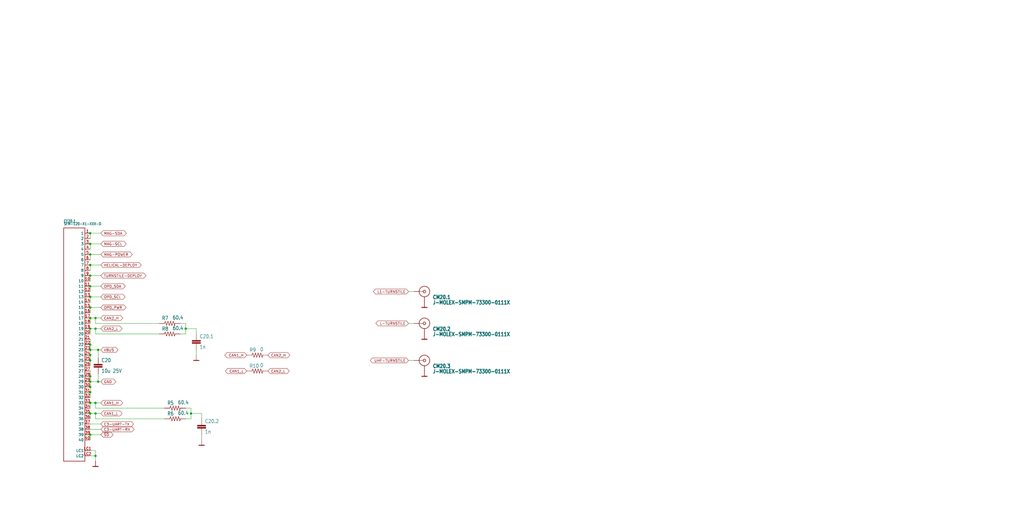
<source format=kicad_sch>
(kicad_sch (version 20211123) (generator eeschema)
  (paper "User" 490.22 254.406)
  (lib_symbols
    (symbol "J-MOLEX-SMPM-73300-0111X_1_1"
      (property "Reference" "CM2.2" (at 3.81 -3.81 0))
      (property "Value" "J-MOLEX-SMPM-73300-0111X_1_1" (at 3.81 -6.35 0))
      (symbol "J-MOLEX-SMPM-73300-0111X_1_1_1_0"
        (polyline (pts (xy -2.54 0) (xy -0.635 0)) (stroke (width 0.1524)))
        (circle (center 0 0) (radius 0.635) (stroke (width 0.254)))
        (circle (center 0 0) (radius 2.54) (stroke (width 0.254)))
        (pin passive line (at 0 -5.08 90) (length 2.54) (name "SHIELD1") (number "GND"))
        (pin passive line (at -5.08 0 0) (length 2.54) (name "RF") (number "RF-DOWN"))
      )
    )
    (symbol "J-MOLEX-SMPM-73300-0111X_1_2"
      (property "Reference" "CM2.2" (at 3.81 -3.81 0))
      (property "Value" "J-MOLEX-SMPM-73300-0111X_1_2" (at 3.81 -6.35 0))
      (symbol "J-MOLEX-SMPM-73300-0111X_1_2_1_0"
        (polyline (pts (xy -2.54 0) (xy -0.635 0)) (stroke (width 0.1524)))
        (circle (center 0 0) (radius 0.635) (stroke (width 0.254)))
        (circle (center 0 0) (radius 2.54) (stroke (width 0.254)))
        (pin passive line (at 0 -5.08 90) (length 2.54) (name "SHIELD1") (number "GND"))
        (pin passive line (at -5.08 0 0) (length 2.54) (name "RF") (number "RF-DOWN"))
      )
    )
    (symbol "oresat-backplane-2u-eagle-import:C-EU0603-C-NOSILK"
      (property "Reference" "C" (at 1.524 0.381 0))
      (property "Value" "C-EU0603-C-NOSILK" (at 1.524 -4.699 0))
      (symbol "C-EU0603-C-NOSILK_1_0"
        (rectangle (start -2.032 -2.032) (end 2.032 -1.524) (fill (type outline)))
        (rectangle (start -2.032 -1.016) (end 2.032 -0.508) (fill (type outline)))
        (polyline (pts (xy 0 -2.54) (xy 0 -2.032)) (stroke (width 0.1524)))
        (polyline (pts (xy 0 0) (xy 0 -0.508)) (stroke (width 0.1524)))
        (pin passive line (at 0 2.54 270) (length 2.54) (name "1") (number "1"))
        (pin passive line (at 0 -5.08 90) (length 2.54) (name "2") (number "2"))
      )
    )
    (symbol "oresat-backplane-2u-eagle-import:GND" (power)
      (symbol "GND_1_0"
        (polyline (pts (xy -1.27 -2.54) (xy 1.27 -2.54)) (stroke (width 0.4064)))
        (pin power_in line (at 0 0 270) (length 2.54) (name "GND") (number "1"))
      )
    )
    (symbol "oresat-backplane-2u-eagle-import:R-US_1206-C"
      (property "Reference" "R" (at -3.81 1.4986 0))
      (property "Value" "R-US_1206-C" (at -3.81 -3.302 0))
      (symbol "R-US_1206-C_1_0"
        (polyline (pts (xy -2.54 0) (xy -2.159 1.016)) (stroke (width 0.2032)))
        (polyline (pts (xy -2.159 1.016) (xy -1.524 -1.016)) (stroke (width 0.2032)))
        (polyline (pts (xy -1.524 -1.016) (xy -0.889 1.016)) (stroke (width 0.2032)))
        (polyline (pts (xy -0.889 1.016) (xy -0.254 -1.016)) (stroke (width 0.2032)))
        (polyline (pts (xy -0.254 -1.016) (xy 0.381 1.016)) (stroke (width 0.2032)))
        (polyline (pts (xy 0.381 1.016) (xy 1.016 -1.016)) (stroke (width 0.2032)))
        (polyline (pts (xy 1.016 -1.016) (xy 1.651 1.016)) (stroke (width 0.2032)))
        (polyline (pts (xy 1.651 1.016) (xy 2.286 -1.016)) (stroke (width 0.2032)))
        (polyline (pts (xy 2.286 -1.016) (xy 2.54 0)) (stroke (width 0.2032)))
        (pin passive line (at -5.08 0 0) (length 2.54) (name "1") (number "1"))
        (pin passive line (at 5.08 0 180) (length 2.54) (name "2") (number "2"))
      )
    )
    (symbol "oresat-backplane-2u-eagle-import:SFM-120-X1-XXX-D"
      (property "Reference" "J" (at -2.54 50.8 0))
      (property "Value" "SFM-120-X1-XXX-D" (at -2.54 49.53 0))
      (symbol "SFM-120-X1-XXX-D_1_0"
        (polyline (pts (xy -2.54 -63.5) (xy -2.54 48.26)) (stroke (width 0.254)))
        (polyline (pts (xy -2.54 48.26) (xy 7.62 48.26)) (stroke (width 0.254)))
        (polyline (pts (xy 7.62 -63.5) (xy -2.54 -63.5)) (stroke (width 0.254)))
        (polyline (pts (xy 7.62 48.26) (xy 7.62 -63.5)) (stroke (width 0.254)))
        (pin passive line (at 10.16 45.72 180) (length 2.54) (name "1") (number "1"))
        (pin passive line (at 10.16 22.86 180) (length 2.54) (name "10") (number "10"))
        (pin passive line (at 10.16 20.32 180) (length 2.54) (name "11") (number "11"))
        (pin passive line (at 10.16 17.78 180) (length 2.54) (name "12") (number "12"))
        (pin passive line (at 10.16 15.24 180) (length 2.54) (name "13") (number "13"))
        (pin passive line (at 10.16 12.7 180) (length 2.54) (name "14") (number "14"))
        (pin passive line (at 10.16 10.16 180) (length 2.54) (name "15") (number "15"))
        (pin passive line (at 10.16 7.62 180) (length 2.54) (name "16") (number "16"))
        (pin passive line (at 10.16 5.08 180) (length 2.54) (name "17") (number "17"))
        (pin passive line (at 10.16 2.54 180) (length 2.54) (name "18") (number "18"))
        (pin passive line (at 10.16 0 180) (length 2.54) (name "19") (number "19"))
        (pin passive line (at 10.16 43.18 180) (length 2.54) (name "2") (number "2"))
        (pin passive line (at 10.16 -2.54 180) (length 2.54) (name "20") (number "20"))
        (pin passive line (at 10.16 -5.08 180) (length 2.54) (name "21") (number "21"))
        (pin passive line (at 10.16 -7.62 180) (length 2.54) (name "22") (number "22"))
        (pin passive line (at 10.16 -10.16 180) (length 2.54) (name "23") (number "23"))
        (pin passive line (at 10.16 -12.7 180) (length 2.54) (name "24") (number "24"))
        (pin passive line (at 10.16 -15.24 180) (length 2.54) (name "25") (number "25"))
        (pin passive line (at 10.16 -17.78 180) (length 2.54) (name "26") (number "26"))
        (pin passive line (at 10.16 -20.32 180) (length 2.54) (name "27") (number "27"))
        (pin passive line (at 10.16 -22.86 180) (length 2.54) (name "28") (number "28"))
        (pin passive line (at 10.16 -25.4 180) (length 2.54) (name "29") (number "29"))
        (pin passive line (at 10.16 40.64 180) (length 2.54) (name "3") (number "3"))
        (pin passive line (at 10.16 -27.94 180) (length 2.54) (name "30") (number "30"))
        (pin passive line (at 10.16 -30.48 180) (length 2.54) (name "31") (number "31"))
        (pin passive line (at 10.16 -33.02 180) (length 2.54) (name "32") (number "32"))
        (pin passive line (at 10.16 -35.56 180) (length 2.54) (name "33") (number "33"))
        (pin passive line (at 10.16 -38.1 180) (length 2.54) (name "34") (number "34"))
        (pin passive line (at 10.16 -40.64 180) (length 2.54) (name "35") (number "35"))
        (pin passive line (at 10.16 -43.18 180) (length 2.54) (name "36") (number "36"))
        (pin passive line (at 10.16 -45.72 180) (length 2.54) (name "37") (number "37"))
        (pin passive line (at 10.16 -48.26 180) (length 2.54) (name "38") (number "38"))
        (pin passive line (at 10.16 -50.8 180) (length 2.54) (name "39") (number "39"))
        (pin passive line (at 10.16 38.1 180) (length 2.54) (name "4") (number "4"))
        (pin passive line (at 10.16 -53.34 180) (length 2.54) (name "40") (number "40"))
        (pin passive line (at 10.16 35.56 180) (length 2.54) (name "5") (number "5"))
        (pin passive line (at 10.16 33.02 180) (length 2.54) (name "6") (number "6"))
        (pin passive line (at 10.16 30.48 180) (length 2.54) (name "7") (number "7"))
        (pin passive line (at 10.16 27.94 180) (length 2.54) (name "8") (number "8"))
        (pin passive line (at 10.16 25.4 180) (length 2.54) (name "9") (number "9"))
        (pin passive line (at 10.16 -58.42 180) (length 2.54) (name "LC1") (number "LC1"))
        (pin passive line (at 10.16 -60.96 180) (length 2.54) (name "LC2") (number "LC2"))
      )
    )
    (symbol "oresat-symbols:J-MOLEX-SMPM-73300-0111X_1"
      (property "Reference" "CM2.2" (at 3.81 -3.81 0))
      (property "Value" "J-MOLEX-SMPM-73300-0111X_1" (at 3.81 -6.35 0))
      (symbol "J-MOLEX-SMPM-73300-0111X_1_1_0"
        (polyline (pts (xy -2.54 0) (xy -0.635 0)) (stroke (width 0.1524)))
        (circle (center 0 0) (radius 0.635) (stroke (width 0.254)))
        (circle (center 0 0) (radius 2.54) (stroke (width 0.254)))
        (pin passive line (at 0 -5.08 90) (length 2.54) (name "SHIELD1") (number "GND"))
        (pin passive line (at -5.08 0 0) (length 2.54) (name "RF") (number "RF-DOWN"))
      )
    )
    (symbol "oresat0-1u-backplane-eagle-import:C-EU1206-B"
      (property "Reference" "C" (at 1.524 0.381 0))
      (property "Value" "C-EU1206-B" (at 1.524 -4.699 0))
      (symbol "C-EU1206-B_1_0"
        (rectangle (start -2.032 -2.032) (end 2.032 -1.524) (fill (type outline)))
        (rectangle (start -2.032 -1.016) (end 2.032 -0.508) (fill (type outline)))
        (polyline (pts (xy 0 -2.54) (xy 0 -2.032)) (stroke (width 0.1524)))
        (polyline (pts (xy 0 0) (xy 0 -0.508)) (stroke (width 0.1524)))
        (pin passive line (at 0 2.54 270) (length 2.54) (name "1") (number "1"))
        (pin passive line (at 0 -5.08 90) (length 2.54) (name "2") (number "2"))
      )
    )
  )
  (junction (at 43.18 132.08))
  (junction (at 43.18 152.4))
  (junction (at 43.18 182.88))
  (junction (at 45.72 193.04))
  (junction (at 91.44 198.12))
  (junction (at 43.18 116.84))
  (junction (at 45.72 152.4))
  (junction (at 46.99 182.88))
  (junction (at 45.72 198.12))
  (junction (at 43.18 187.96))
  (junction (at 43.18 127))
  (junction (at 45.72 218.44))
  (junction (at 43.18 157.48))
  (junction (at 43.18 137.16))
  (junction (at 46.99 167.64))
  (junction (at 43.18 198.12))
  (junction (at 43.18 121.92))
  (junction (at 43.18 185.42))
  (junction (at 43.18 165.1))
  (junction (at 43.18 147.32))
  (junction (at 43.18 111.76))
  (junction (at 88.9 157.48))
  (junction (at 43.18 208.28))
  (junction (at 43.18 142.24))
  (junction (at 45.72 157.48))
  (junction (at 43.18 167.64))
  (junction (at 43.18 180.34))
  (junction (at 43.18 193.04))
  (junction (at 43.18 170.18))
  (junction (at 43.18 172.72))
  (wire (pts (xy 43.18 198.12) (xy 43.18 200.66)))
  (wire (pts (xy 43.18 111.76) (xy 43.18 114.3)))
  (wire (pts (xy 91.44 195.58) (xy 91.44 198.12)))
  (wire (pts (xy 91.44 198.12) (xy 91.44 200.66)))
  (wire (pts (xy 46.99 167.64) (xy 43.18 167.64)))
  (wire (pts (xy 45.72 193.04) (xy 45.72 195.58)))
  (wire (pts (xy 43.18 170.18) (xy 43.18 172.72)))
  (wire (pts (xy 45.72 152.4) (xy 45.72 154.94)))
  (wire (pts (xy 43.18 167.64) (xy 43.18 170.18)))
  (wire (pts (xy 86.36 154.94) (xy 88.9 154.94)))
  (wire (pts (xy 43.18 177.8) (xy 43.18 180.34)))
  (wire (pts (xy 45.72 154.94) (xy 76.2 154.94)))
  (wire (pts (xy 48.26 193.04) (xy 45.72 193.04)))
  (wire (pts (xy 43.18 215.9) (xy 45.72 215.9)))
  (wire (pts (xy 45.72 193.04) (xy 43.18 193.04)))
  (wire (pts (xy 43.18 121.92) (xy 48.26 121.92)))
  (wire (pts (xy 46.99 179.07) (xy 46.99 182.88)))
  (wire (pts (xy 93.98 167.64) (xy 93.98 170.18)))
  (wire (pts (xy 48.26 147.32) (xy 43.18 147.32)))
  (wire (pts (xy 88.9 160.02) (xy 86.36 160.02)))
  (wire (pts (xy 88.9 157.48) (xy 93.98 157.48)))
  (wire (pts (xy 43.18 111.76) (xy 48.26 111.76)))
  (wire (pts (xy 48.26 137.16) (xy 43.18 137.16)))
  (wire (pts (xy 43.18 165.1) (xy 43.18 167.64)))
  (wire (pts (xy 91.44 200.66) (xy 88.9 200.66)))
  (wire (pts (xy 43.18 218.44) (xy 45.72 218.44)))
  (wire (pts (xy 43.18 132.08) (xy 43.18 134.62)))
  (wire (pts (xy 45.72 157.48) (xy 45.72 160.02)))
  (wire (pts (xy 96.52 208.28) (xy 96.52 210.82)))
  (wire (pts (xy 43.18 180.34) (xy 43.18 182.88)))
  (wire (pts (xy 45.72 198.12) (xy 43.18 198.12)))
  (wire (pts (xy 43.18 127) (xy 48.26 127)))
  (wire (pts (xy 43.18 162.56) (xy 43.18 165.1)))
  (wire (pts (xy 43.18 127) (xy 43.18 129.54)))
  (wire (pts (xy 43.18 142.24) (xy 43.18 144.78)))
  (wire (pts (xy 48.26 167.64) (xy 46.99 167.64)))
  (wire (pts (xy 48.26 157.48) (xy 45.72 157.48)))
  (wire (pts (xy 45.72 157.48) (xy 43.18 157.48)))
  (wire (pts (xy 43.18 147.32) (xy 43.18 149.86)))
  (wire (pts (xy 91.44 198.12) (xy 96.52 198.12)))
  (wire (pts (xy 88.9 157.48) (xy 88.9 160.02)))
  (wire (pts (xy 48.26 208.28) (xy 43.18 208.28)))
  (wire (pts (xy 43.18 137.16) (xy 43.18 139.7)))
  (wire (pts (xy 96.52 200.66) (xy 96.52 198.12)))
  (wire (pts (xy 43.18 116.84) (xy 43.18 119.38)))
  (wire (pts (xy 48.26 132.08) (xy 43.18 132.08)))
  (wire (pts (xy 46.99 167.64) (xy 46.99 171.45)))
  (wire (pts (xy 43.18 172.72) (xy 43.18 175.26)))
  (wire (pts (xy 48.26 198.12) (xy 45.72 198.12)))
  (wire (pts (xy 43.18 205.74) (xy 48.26 205.74)))
  (wire (pts (xy 198.12 172.72) (xy 195.58 172.72)))
  (wire (pts (xy 45.72 152.4) (xy 48.26 152.4)))
  (wire (pts (xy 43.18 182.88) (xy 43.18 185.42)))
  (wire (pts (xy 43.18 193.04) (xy 43.18 195.58)))
  (wire (pts (xy 43.18 152.4) (xy 43.18 154.94)))
  (wire (pts (xy 43.18 157.48) (xy 43.18 160.02)))
  (wire (pts (xy 45.72 218.44) (xy 45.72 220.98)))
  (wire (pts (xy 46.99 182.88) (xy 43.18 182.88)))
  (wire (pts (xy 198.12 154.94) (xy 195.58 154.94)))
  (wire (pts (xy 48.26 142.24) (xy 43.18 142.24)))
  (wire (pts (xy 43.18 185.42) (xy 43.18 187.96)))
  (wire (pts (xy 88.9 154.94) (xy 88.9 157.48)))
  (wire (pts (xy 45.72 160.02) (xy 76.2 160.02)))
  (wire (pts (xy 43.18 121.92) (xy 43.18 124.46)))
  (wire (pts (xy 78.74 200.66) (xy 45.72 200.66)))
  (wire (pts (xy 48.26 203.2) (xy 43.18 203.2)))
  (wire (pts (xy 43.18 187.96) (xy 43.18 190.5)))
  (wire (pts (xy 45.72 198.12) (xy 45.72 200.66)))
  (wire (pts (xy 198.12 139.7) (xy 195.58 139.7)))
  (wire (pts (xy 43.18 208.28) (xy 43.18 210.82)))
  (wire (pts (xy 43.18 116.84) (xy 48.26 116.84)))
  (wire (pts (xy 93.98 157.48) (xy 93.98 160.02)))
  (wire (pts (xy 45.72 215.9) (xy 45.72 218.44)))
  (wire (pts (xy 88.9 195.58) (xy 91.44 195.58)))
  (wire (pts (xy 43.18 152.4) (xy 45.72 152.4)))
  (wire (pts (xy 78.74 195.58) (xy 45.72 195.58)))
  (wire (pts (xy 48.26 182.88) (xy 46.99 182.88)))
  (global_label "OPD_SDA" (shape bidirectional) (at 48.26 137.16 0) (effects (font (size 1.2446 1.2446))) (property "Intersheet References" "${INTERSHEET_REFS}" (effects hide)))
  (global_label "TURNSTILE-DEPLOY" (shape bidirectional) (at 48.26 132.08 0) (effects (font (size 1.2446 1.2446))) (property "Intersheet References" "${INTERSHEET_REFS}" (effects hide)))
  (global_label "CAN2_L" (shape bidirectional) (at 48.26 157.48 0) (effects (font (size 1.2446 1.2446))) (property "Intersheet References" "${INTERSHEET_REFS}" (effects hide)))
  (global_label "CAN1_H" (shape bidirectional) (at 118.11 170.18 180) (effects (font (size 1.2446 1.2446))) (property "Intersheet References" "${INTERSHEET_REFS}" (effects hide)))
  (global_label "~{SD}" (shape bidirectional) (at 48.26 208.28 0) (effects (font (size 1.2446 1.2446))) (property "Intersheet References" "${INTERSHEET_REFS}" (effects hide)))
  (global_label "OPD_PWR" (shape bidirectional) (at 48.26 147.32 0) (effects (font (size 1.2446 1.2446))) (property "Intersheet References" "${INTERSHEET_REFS}" (effects hide)))
  (global_label "OPD_SCL" (shape bidirectional) (at 48.26 142.24 0) (effects (font (size 1.2446 1.2446))) (property "Intersheet References" "${INTERSHEET_REFS}" (effects hide)))
  (global_label "CAN2_H" (shape bidirectional) (at 128.27 170.18 0) (effects (font (size 1.2446 1.2446))) (property "Intersheet References" "${INTERSHEET_REFS}" (effects hide)))
  (global_label "MAG-SDA" (shape bidirectional) (at 48.26 111.76 0) (effects (font (size 1.2446 1.2446))) (property "Intersheet References" "${INTERSHEET_REFS}" (effects hide)))
  (global_label "L-TURNSTILE" (shape bidirectional) (at 195.58 154.94 180) (effects (font (size 1.2446 1.2446))) (property "Intersheet References" "${INTERSHEET_REFS}" (effects hide)))
  (global_label "HELICAL-DEPLOY" (shape bidirectional) (at 48.26 127 0) (effects (font (size 1.2446 1.2446))) (property "Intersheet References" "${INTERSHEET_REFS}" (effects hide)))
  (global_label "CAN2_H" (shape bidirectional) (at 48.26 152.4 0) (effects (font (size 1.2446 1.2446))) (property "Intersheet References" "${INTERSHEET_REFS}" (effects hide)))
  (global_label "UHF-TURNSTILE" (shape bidirectional) (at 195.58 172.72 180) (effects (font (size 1.2446 1.2446))) (property "Intersheet References" "${INTERSHEET_REFS}" (effects hide)))
  (global_label "MAG-SCL" (shape bidirectional) (at 48.26 116.84 0) (effects (font (size 1.2446 1.2446))) (property "Intersheet References" "${INTERSHEET_REFS}" (effects hide)))
  (global_label "MAG-POWER" (shape bidirectional) (at 48.26 121.92 0) (effects (font (size 1.2446 1.2446))) (property "Intersheet References" "${INTERSHEET_REFS}" (effects hide)))
  (global_label "CAN2_L" (shape bidirectional) (at 128.27 177.8 0) (effects (font (size 1.2446 1.2446))) (property "Intersheet References" "${INTERSHEET_REFS}" (effects hide)))
  (global_label "CAN1_H" (shape bidirectional) (at 48.26 193.04 0) (effects (font (size 1.2446 1.2446))) (property "Intersheet References" "${INTERSHEET_REFS}" (effects hide)))
  (global_label "L1-TURNSTILE" (shape bidirectional) (at 195.58 139.7 180) (effects (font (size 1.2446 1.2446))) (property "Intersheet References" "${INTERSHEET_REFS}" (effects hide)))
  (global_label "VBUS" (shape bidirectional) (at 48.26 167.64 0) (effects (font (size 1.2446 1.2446))) (property "Intersheet References" "${INTERSHEET_REFS}" (effects hide)))
  (global_label "C3-UART-RX" (shape bidirectional) (at 48.26 205.74 0) (effects (font (size 1.2446 1.2446))) (property "Intersheet References" "${INTERSHEET_REFS}" (effects hide)))
  (global_label "C3-UART-TX" (shape bidirectional) (at 48.26 203.2 0) (effects (font (size 1.2446 1.2446))) (property "Intersheet References" "${INTERSHEET_REFS}" (effects hide)))
  (global_label "CAN1_L" (shape bidirectional) (at 48.26 198.12 0) (effects (font (size 1.2446 1.2446))) (property "Intersheet References" "${INTERSHEET_REFS}" (effects hide)))
  (global_label "GND" (shape bidirectional) (at 48.26 182.88 0) (effects (font (size 1.2446 1.2446))) (property "Intersheet References" "${INTERSHEET_REFS}" (effects hide)))
  (global_label "CAN1_L" (shape bidirectional) (at 118.11 177.8 180) (effects (font (size 1.2446 1.2446))) (property "Intersheet References" "${INTERSHEET_REFS}" (effects hide)))
  (symbol (lib_id "oresat-backplane-2u-eagle-import:R-US_1206-C") (at 81.28 154.94 0) (unit 1)
    (property "Reference" "R7" (at 77.47 153.4414 0) (effects (font (size 1.778 1.5113)) (justify left bottom)))
    (property "Value" "60.4" (at 82.55 153.162 0) (effects (font (size 1.778 1.5113)) (justify left bottom)))
    (property "Footprint" "Resistor_SMD:R_1206_3216Metric" (effects hide))
  )
  (symbol (lib_id "oresat-backplane-2u-eagle-import:C-EU0603-C-NOSILK") (at 96.52 203.2 0) (unit 1)
    (property "Reference" "C20.2" (at 98.044 202.819 0) (effects (font (size 1.778 1.5113)) (justify left bottom)))
    (property "Value" "1n" (at 98.044 207.899 0) (effects (font (size 1.778 1.5113)) (justify left bottom)))
    (property "Footprint" "oresat-passives:0603-SMALL" (effects hide))
  )
  (symbol (lib_id "oresat-backplane-2u-eagle-import:R-US_1206-C") (at 123.19 170.18 0) (unit 1)
    (property "Reference" "R9" (at 119.38 168.6814 0) (effects (font (size 1.778 1.5113)) (justify left bottom)))
    (property "Value" "0" (at 124.46 168.402 0) (effects (font (size 1.778 1.5113)) (justify left bottom)))
    (property "Footprint" "oresat-passives:0603-SMALL" (effects hide))
  )
  (symbol (lib_name "J-MOLEX-SMPM-73300-0111X_1_1") (lib_id "oresat-symbols:J-MOLEX-SMPM-73300-0111X_1") (at 203.2 139.7 0) (unit 1)
    (property "Reference" "CM20.1" (at 207.01 143.51 0) (effects (font (size 1.778 1.5113) bold) (justify left bottom)))
    (property "Value" "J-MOLEX-SMPM-73300-0111X" (at 207.01 146.05 0) (effects (font (size 1.778 1.5113) bold) (justify left bottom)))
    (property "Footprint" "oresat-connectors:J-MOLEX-SMPM-73300-0111X-long" (effects hide))
  )
  (symbol (lib_id "oresat-backplane-2u-eagle-import:GND") (at 203.2 144.78 0) (unit 1)
    (property "Reference" "#GND06" (effects hide))
    (property "Value" "GND" (effects hide))
    (property "Footprint" "oresat-backplane-2u:" (effects hide))
  )
  (symbol (lib_id "oresat-backplane-2u-eagle-import:R-US_1206-C") (at 123.19 177.8 0) (unit 1)
    (property "Reference" "R10" (at 119.38 176.3014 0) (effects (font (size 1.778 1.5113)) (justify left bottom)))
    (property "Value" "0" (at 124.46 176.022 0) (effects (font (size 1.778 1.5113)) (justify left bottom)))
    (property "Footprint" "oresat-passives:0603-SMALL" (effects hide))
  )
  (symbol (lib_id "oresat-backplane-2u-eagle-import:GND") (at 203.2 177.8 0) (unit 1)
    (property "Reference" "#GND01" (effects hide))
    (property "Value" "GND" (effects hide))
    (property "Footprint" "oresat-backplane-2u:" (effects hide))
  )
  (symbol (lib_id "oresat-backplane-2u-eagle-import:GND") (at 45.72 220.98 0) (unit 1)
    (property "Reference" "#GND0119" (effects hide))
    (property "Value" "GND" (effects hide))
    (property "Footprint" "oresat-backplane-2u:" (effects hide))
  )
  (symbol (lib_id "oresat-symbols:J-MOLEX-SMPM-73300-0111X_1") (at 203.2 154.94 0) (unit 1)
    (property "Reference" "CM20.2" (at 207.01 158.75 0) (effects (font (size 1.778 1.5113) bold) (justify left bottom)))
    (property "Value" "J-MOLEX-SMPM-73300-0111X" (at 207.01 161.29 0) (effects (font (size 1.778 1.5113) bold) (justify left bottom)))
    (property "Footprint" "oresat-connectors:J-MOLEX-SMPM-73300-0111X-long" (effects hide))
  )
  (symbol (lib_id "oresat-backplane-2u-eagle-import:R-US_1206-C") (at 81.28 160.02 0) (unit 1)
    (property "Reference" "R8" (at 77.47 158.5214 0) (effects (font (size 1.778 1.5113)) (justify left bottom)))
    (property "Value" "60.4" (at 82.55 158.242 0) (effects (font (size 1.778 1.5113)) (justify left bottom)))
    (property "Footprint" "Resistor_SMD:R_1206_3216Metric" (effects hide))
  )
  (symbol (lib_id "oresat0-1u-backplane-eagle-import:C-EU1206-B") (at 46.99 173.99 0) (unit 1)
    (property "Reference" "C20" (at 48.514 173.609 0) (effects (font (size 1.778 1.5113)) (justify left bottom)))
    (property "Value" "10u 25V" (at 48.514 178.689 0) (effects (font (size 1.778 1.5113)) (justify left bottom)))
    (property "Footprint" "Capacitor_SMD:C_1206_3216Metric" (effects hide))
  )
  (symbol (lib_id "oresat-backplane-2u-eagle-import:SFM-120-X1-XXX-D") (at 33.02 157.48 0) (unit 1)
    (property "Reference" "CF20.1" (at 30.48 106.68 0) (effects (font (size 1.27 1.0795)) (justify left bottom)))
    (property "Value" "SFM-120-X1-XXX-D" (at 30.48 107.95 0) (effects (font (size 1.27 1.0795)) (justify left bottom)))
    (property "Footprint" "oresat-connectors:J-SAMTEC-SFM-120-X1-XXX-D" (effects hide))
  )
  (symbol (lib_id "oresat-backplane-2u-eagle-import:GND") (at 96.52 210.82 0) (unit 1)
    (property "Reference" "#GND020" (effects hide))
    (property "Value" "GND" (effects hide))
    (property "Footprint" "oresat-backplane-2u:" (effects hide))
  )
  (symbol (lib_name "J-MOLEX-SMPM-73300-0111X_1_2") (lib_id "oresat-symbols:J-MOLEX-SMPM-73300-0111X_1") (at 203.2 172.72 0) (unit 1)
    (property "Reference" "CM20.3" (at 207.01 176.53 0) (effects (font (size 1.778 1.5113) bold) (justify left bottom)))
    (property "Value" "J-MOLEX-SMPM-73300-0111X" (at 207.01 179.07 0) (effects (font (size 1.778 1.5113) bold) (justify left bottom)))
    (property "Footprint" "oresat-connectors:J-MOLEX-SMPM-73300-0111X-long" (effects hide))
  )
  (symbol (lib_id "oresat-backplane-2u-eagle-import:R-US_1206-C") (at 83.82 200.66 0) (unit 1)
    (property "Reference" "R6" (at 80.01 199.1614 0) (effects (font (size 1.778 1.5113)) (justify left bottom)))
    (property "Value" "60.4" (at 85.09 198.882 0) (effects (font (size 1.778 1.5113)) (justify left bottom)))
    (property "Footprint" "Resistor_SMD:R_1206_3216Metric" (effects hide))
  )
  (symbol (lib_id "oresat-backplane-2u-eagle-import:GND") (at 203.2 160.02 0) (unit 1)
    (property "Reference" "#GND05" (effects hide))
    (property "Value" "GND" (effects hide))
    (property "Footprint" "oresat-backplane-2u:" (effects hide))
  )
  (symbol (lib_id "oresat-backplane-2u-eagle-import:GND") (at 93.98 170.18 0) (unit 1)
    (property "Reference" "#GND018" (effects hide))
    (property "Value" "GND" (effects hide))
    (property "Footprint" "oresat-backplane-2u:" (effects hide))
  )
  (symbol (lib_id "oresat-backplane-2u-eagle-import:C-EU0603-C-NOSILK") (at 93.98 162.56 0) (unit 1)
    (property "Reference" "C20.1" (at 95.504 162.179 0) (effects (font (size 1.778 1.5113)) (justify left bottom)))
    (property "Value" "1n" (at 95.504 167.259 0) (effects (font (size 1.778 1.5113)) (justify left bottom)))
    (property "Footprint" "oresat-passives:0603-SMALL" (effects hide))
  )
  (symbol (lib_id "oresat-backplane-2u-eagle-import:R-US_1206-C") (at 83.82 195.58 0) (unit 1)
    (property "Reference" "R5" (at 80.01 194.0814 0) (effects (font (size 1.778 1.5113)) (justify left bottom)))
    (property "Value" "60.4" (at 85.09 193.802 0) (effects (font (size 1.778 1.5113)) (justify left bottom)))
    (property "Footprint" "Resistor_SMD:R_1206_3216Metric" (effects hide))
  )
)
</source>
